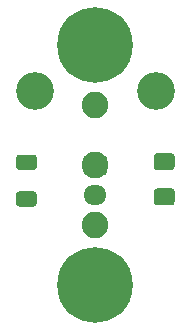
<source format=gbr>
%TF.GenerationSoftware,KiCad,Pcbnew,(5.1.7)-1*%
%TF.CreationDate,2020-12-01T01:42:34-06:00*%
%TF.ProjectId,025mag-PROBE-BOARD_REV2,3032356d-6167-42d5-9052-4f42452d424f,rev?*%
%TF.SameCoordinates,Original*%
%TF.FileFunction,Soldermask,Top*%
%TF.FilePolarity,Negative*%
%FSLAX46Y46*%
G04 Gerber Fmt 4.6, Leading zero omitted, Abs format (unit mm)*
G04 Created by KiCad (PCBNEW (5.1.7)-1) date 2020-12-01 01:42:34*
%MOMM*%
%LPD*%
G01*
G04 APERTURE LIST*
%ADD10C,3.200000*%
%ADD11C,1.800000*%
%ADD12C,2.250000*%
%ADD13O,1.950000X1.700000*%
%ADD14C,6.400000*%
G04 APERTURE END LIST*
D10*
%TO.C,M31*%
X-5080000Y6330000D03*
%TD*%
D11*
%TO.C,SW1*%
X0Y-2540000D03*
D12*
X0Y0D03*
X0Y5080000D03*
X0Y-5080000D03*
%TD*%
D13*
%TO.C,REF\u002A\u002A*%
X0Y-5000000D03*
G36*
G01*
X-725000Y850000D02*
X725000Y850000D01*
G75*
G02*
X975000Y600000I0J-250000D01*
G01*
X975000Y-600000D01*
G75*
G02*
X725000Y-850000I-250000J0D01*
G01*
X-725000Y-850000D01*
G75*
G02*
X-975000Y-600000I0J250000D01*
G01*
X-975000Y600000D01*
G75*
G02*
X-725000Y850000I250000J0D01*
G01*
G37*
X0Y-2500000D03*
%TD*%
%TO.C,D2*%
G36*
G01*
X5209000Y-1962500D02*
X6459000Y-1962500D01*
G75*
G02*
X6709000Y-2212500I0J-250000D01*
G01*
X6709000Y-3137500D01*
G75*
G02*
X6459000Y-3387500I-250000J0D01*
G01*
X5209000Y-3387500D01*
G75*
G02*
X4959000Y-3137500I0J250000D01*
G01*
X4959000Y-2212500D01*
G75*
G02*
X5209000Y-1962500I250000J0D01*
G01*
G37*
G36*
G01*
X5209000Y1012500D02*
X6459000Y1012500D01*
G75*
G02*
X6709000Y762500I0J-250000D01*
G01*
X6709000Y-162500D01*
G75*
G02*
X6459000Y-412500I-250000J0D01*
G01*
X5209000Y-412500D01*
G75*
G02*
X4959000Y-162500I0J250000D01*
G01*
X4959000Y762500D01*
G75*
G02*
X5209000Y1012500I250000J0D01*
G01*
G37*
%TD*%
%TO.C,R1*%
G36*
G01*
X-6459001Y-2200000D02*
X-5208999Y-2200000D01*
G75*
G02*
X-4959000Y-2449999I0J-249999D01*
G01*
X-4959000Y-3250001D01*
G75*
G02*
X-5208999Y-3500000I-249999J0D01*
G01*
X-6459001Y-3500000D01*
G75*
G02*
X-6709000Y-3250001I0J249999D01*
G01*
X-6709000Y-2449999D01*
G75*
G02*
X-6459001Y-2200000I249999J0D01*
G01*
G37*
G36*
G01*
X-6459001Y900000D02*
X-5208999Y900000D01*
G75*
G02*
X-4959000Y650001I0J-249999D01*
G01*
X-4959000Y-150001D01*
G75*
G02*
X-5208999Y-400000I-249999J0D01*
G01*
X-6459001Y-400000D01*
G75*
G02*
X-6709000Y-150001I0J249999D01*
G01*
X-6709000Y650001D01*
G75*
G02*
X-6459001Y900000I249999J0D01*
G01*
G37*
%TD*%
D10*
%TO.C,REF\u002A\u002A*%
X5120000Y6330000D03*
%TD*%
D14*
%TO.C,MAG2*%
X0Y-10160000D03*
%TD*%
%TO.C,MAG1*%
X0Y10160000D03*
%TD*%
M02*

</source>
